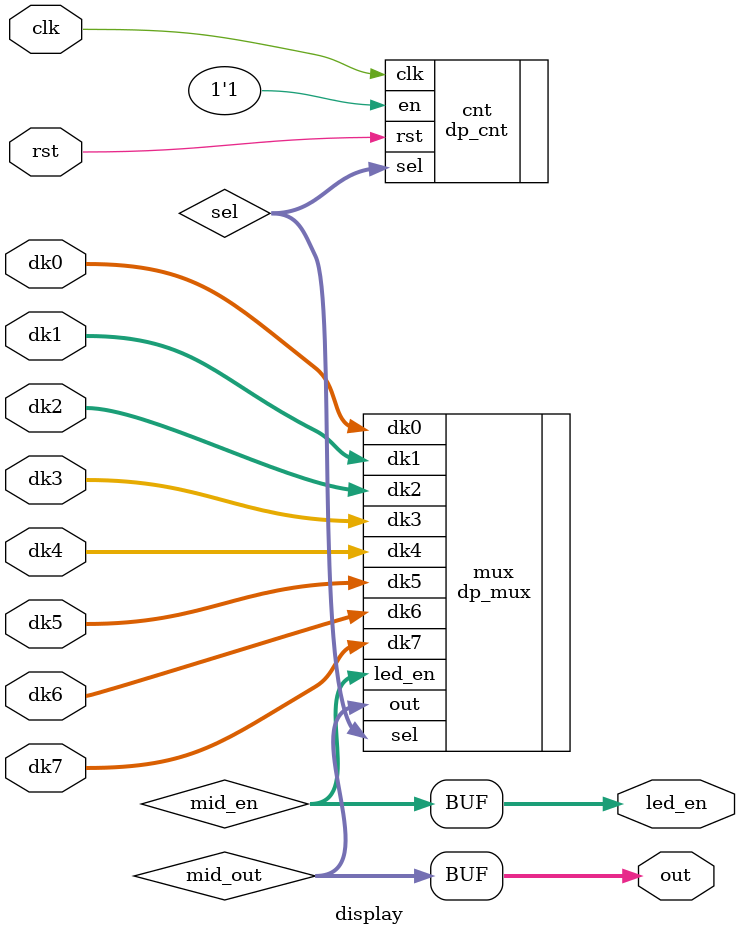
<source format=v>
`timescale 1ns / 1ps


module display
	#(parameter F=10000)
	(
		output reg [7:0] out,
		output reg [7:0] led_en,
		input [3:0] dk7, dk6, dk5, dk4, dk3, dk2, dk1, dk0,
		input clk,
		input rst
	);
	
	wire [2:0] sel;
	dp_cnt cnt(
		.sel(sel),
		.clk(clk),
		.rst(rst),
		.en(1'b1)
	);
	defparam cnt.F = F;

	wire [7:0] mid_out, mid_en;
	dp_mux mux(
		.out(mid_out),
		.led_en(mid_en),
		.sel(sel),
		.dk7(dk7),
		.dk6(dk6),
		.dk5(dk5),
		.dk4(dk4),
		.dk3(dk3),
		.dk2(dk2),
		.dk1(dk1),
		.dk0(dk0)
	);
	
	always @(*) begin
		out = mid_out;
		led_en = mid_en;
	end
endmodule

</source>
